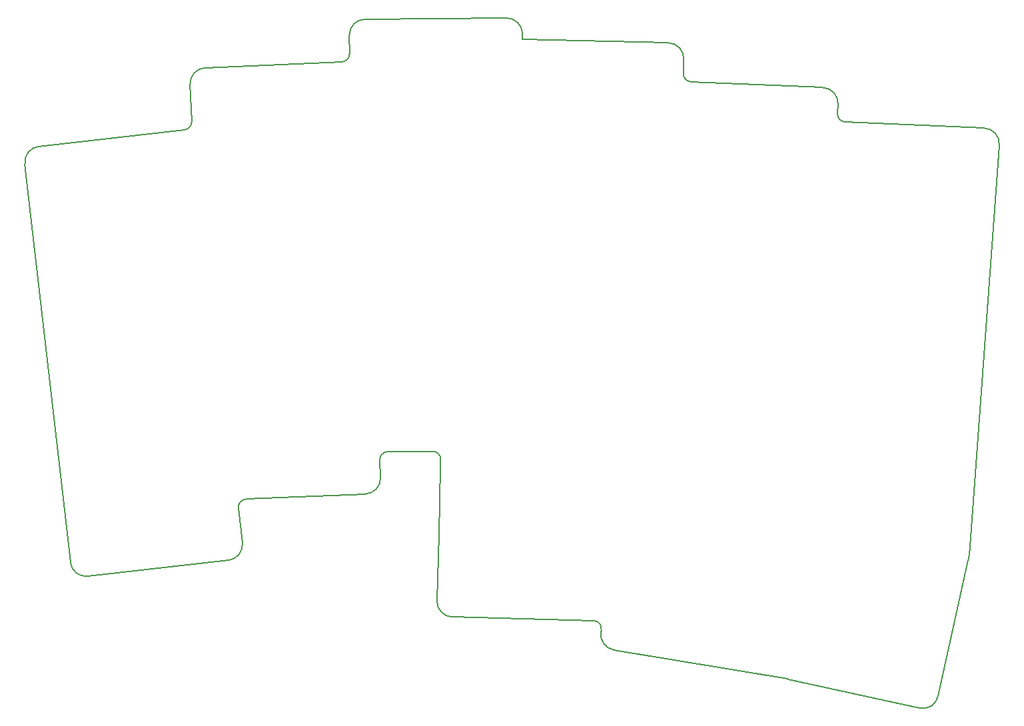
<source format=gbr>
%TF.GenerationSoftware,KiCad,Pcbnew,7.0.8*%
%TF.CreationDate,2023-11-06T14:18:33+01:00*%
%TF.ProjectId,goose_choc_routing,676f6f73-655f-4636-986f-635f726f7574,v1.0.0*%
%TF.SameCoordinates,Original*%
%TF.FileFunction,Profile,NP*%
%FSLAX46Y46*%
G04 Gerber Fmt 4.6, Leading zero omitted, Abs format (unit mm)*
G04 Created by KiCad (PCBNEW 7.0.8) date 2023-11-06 14:18:33*
%MOMM*%
%LPD*%
G01*
G04 APERTURE LIST*
%TA.AperFunction,Profile*%
%ADD10C,0.150000*%
%TD*%
G04 APERTURE END LIST*
D10*
X266125660Y-104107541D02*
X283808801Y-104879608D01*
X189980488Y-152051020D02*
G75*
G03*
X189030534Y-153163328I43644J-999076D01*
G01*
X225128086Y-93565181D02*
X243680569Y-94050993D01*
X214731757Y-146999330D02*
G75*
G03*
X213723396Y-145973183I-999625J26216D01*
G01*
X277937465Y-177096125D02*
X281772321Y-159798248D01*
X245578560Y-97972905D02*
X245627523Y-96103290D01*
X223104657Y-90889222D02*
X205105334Y-91046300D01*
X235142175Y-168667186D02*
G75*
G03*
X234182074Y-167502482I-986246J165080D01*
G01*
X182207285Y-105088048D02*
G75*
G03*
X183093141Y-104050927I-113146J993531D01*
G01*
X265224722Y-101816059D02*
G75*
G03*
X263313890Y-99730726I-1998089J87244D01*
G01*
X245627551Y-96102653D02*
G75*
G03*
X243680571Y-94050995I-1999317J52341D01*
G01*
X214483443Y-156483058D02*
X214260930Y-164980149D01*
X202187418Y-96465734D02*
G75*
G03*
X203143768Y-95457947I-43586J999024D01*
G01*
X245578604Y-97972906D02*
G75*
G03*
X246534610Y-98998123I999628J-26198D01*
G01*
X182886159Y-99310337D02*
X183093142Y-104050927D01*
X205105333Y-91046238D02*
G75*
G03*
X203122859Y-93063669I17492J-1999966D01*
G01*
X203122859Y-93063669D02*
X203143767Y-95457948D01*
X236743731Y-171214441D02*
X258836447Y-174911488D01*
X207982537Y-146023288D02*
X213723396Y-145973183D01*
X285716229Y-107023676D02*
X281894992Y-159240215D01*
X189535582Y-157596067D02*
X189030535Y-153163329D01*
X184797023Y-97225045D02*
G75*
G03*
X182886160Y-99310337I87207J-1998071D01*
G01*
X285716192Y-107023673D02*
G75*
G03*
X283808801Y-104879611I-1994667J145966D01*
G01*
X207089806Y-149302177D02*
X206992208Y-147066876D01*
X214705951Y-147985975D02*
X214483443Y-156483058D01*
X163664380Y-107200833D02*
G75*
G03*
X161903641Y-109414372I226445J-1987175D01*
G01*
X216207895Y-167031815D02*
X234182077Y-167502480D01*
X275551990Y-178615869D02*
G75*
G03*
X277937465Y-177096125I432835J1952657D01*
G01*
X207982537Y-146023270D02*
G75*
G03*
X206992210Y-147066875I8693J-999936D01*
G01*
X246534610Y-98998124D02*
X263313891Y-99730724D01*
X169890555Y-161847272D02*
X187774854Y-159809624D01*
X184797021Y-97224993D02*
X202187417Y-96465714D01*
X187774858Y-159809656D02*
G75*
G03*
X189535581Y-157596067I-226425J1987150D01*
G01*
X265170223Y-103064870D02*
X265224751Y-101816060D01*
X281772313Y-159798245D02*
G75*
G03*
X281894992Y-159240215I-1871981J704042D01*
G01*
X225122018Y-92871702D02*
G75*
G03*
X223104656Y-90889222I-1999890J-17410D01*
G01*
X163664378Y-107200818D02*
X182207293Y-105088116D01*
X258887840Y-174921479D02*
G75*
G03*
X258836445Y-174911490I-216111J-974747D01*
G01*
X214260927Y-164980149D02*
G75*
G03*
X216207895Y-167031814I1999301J-52363D01*
G01*
X235142186Y-168667188D02*
X235101253Y-168911771D01*
X214705951Y-147985975D02*
X214731767Y-146999330D01*
X235101305Y-168911780D02*
G75*
G03*
X236743731Y-171214440I1972525J-330130D01*
G01*
X189980491Y-152051085D02*
X205178948Y-151387506D01*
X258887839Y-174921482D02*
X266277189Y-176559661D01*
X265170191Y-103064869D02*
G75*
G03*
X266125660Y-104107540I999035J-43633D01*
G01*
X161903640Y-109414371D02*
X167677000Y-160086539D01*
X205178947Y-151387491D02*
G75*
G03*
X207089806Y-149302178I-87223J1998082D01*
G01*
X266277191Y-176559659D02*
X275551996Y-178615840D01*
X225128086Y-93565181D02*
X225122034Y-92871702D01*
X167676981Y-160086541D02*
G75*
G03*
X169890560Y-161847268I1987156J226430D01*
G01*
M02*

</source>
